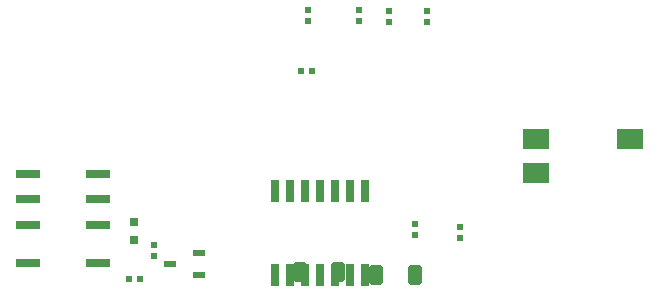
<source format=gbr>
%TF.GenerationSoftware,Altium Limited,Altium Designer,24.10.1 (45)*%
G04 Layer_Color=8421504*
%FSLAX45Y45*%
%MOMM*%
%TF.SameCoordinates,B7086401-7AB7-4448-8119-44CCD126B3FB*%
%TF.FilePolarity,Positive*%
%TF.FileFunction,Paste,Top*%
%TF.Part,Single*%
G01*
G75*
%TA.AperFunction,SMDPad,CuDef*%
%ADD10R,2.00000X0.70000*%
%ADD11R,0.55000X0.55000*%
%ADD12R,0.62000X0.62000*%
%ADD13R,0.80000X0.80000*%
%ADD14R,0.55000X0.55000*%
%ADD15R,1.00000X0.60000*%
G04:AMPARAMS|DCode=16|XSize=1.14mm|YSize=1.63mm|CornerRadius=0.1425mm|HoleSize=0mm|Usage=FLASHONLY|Rotation=0.000|XOffset=0mm|YOffset=0mm|HoleType=Round|Shape=RoundedRectangle|*
%AMROUNDEDRECTD16*
21,1,1.14000,1.34500,0,0,0.0*
21,1,0.85500,1.63000,0,0,0.0*
1,1,0.28500,0.42750,-0.67250*
1,1,0.28500,-0.42750,-0.67250*
1,1,0.28500,-0.42750,0.67250*
1,1,0.28500,0.42750,0.67250*
%
%ADD16ROUNDEDRECTD16*%
%TA.AperFunction,ConnectorPad*%
%ADD17R,2.20000X1.80000*%
%TA.AperFunction,SMDPad,CuDef*%
%ADD18R,0.62000X0.62000*%
%TA.AperFunction,ConnectorPad*%
%ADD19R,0.70000X1.82500*%
D10*
X3997300Y5549100D02*
D03*
X4597300D02*
D03*
X3997300Y5869100D02*
D03*
X4597300D02*
D03*
X3997300Y6089100D02*
D03*
X4597300D02*
D03*
X3997300Y6309100D02*
D03*
X4597300D02*
D03*
D11*
X6375300Y7599300D02*
D03*
Y7689300D02*
D03*
X5067200Y5612300D02*
D03*
Y5702300D02*
D03*
X6807100Y7689300D02*
D03*
Y7599300D02*
D03*
X7277000Y5879000D02*
D03*
Y5789000D02*
D03*
X7659100Y5853600D02*
D03*
Y5763600D02*
D03*
X7378600Y7682400D02*
D03*
Y7592400D02*
D03*
D12*
X6408600Y7180200D02*
D03*
X6316600D02*
D03*
D13*
X4902100Y5897400D02*
D03*
Y5747400D02*
D03*
D14*
X4857100Y5416000D02*
D03*
X4947100D02*
D03*
D15*
X5206900Y5543000D02*
D03*
X5446900Y5638500D02*
D03*
Y5447500D02*
D03*
D16*
X7277000Y5453000D02*
D03*
X6949000D02*
D03*
X6629300Y5478400D02*
D03*
X6301300D02*
D03*
D17*
X9102400Y6599700D02*
D03*
X8302400Y6309700D02*
D03*
Y6599700D02*
D03*
D18*
X7061100Y7683400D02*
D03*
Y7591400D02*
D03*
D19*
X6858000Y5447700D02*
D03*
X6731000D02*
D03*
X6604000D02*
D03*
X6477000D02*
D03*
X6350000D02*
D03*
X6223000D02*
D03*
X6096000D02*
D03*
Y6160100D02*
D03*
X6223000D02*
D03*
X6350000D02*
D03*
X6477000D02*
D03*
X6604000D02*
D03*
X6731000D02*
D03*
X6858000D02*
D03*
%TF.MD5,f76057fef0b9c3db7eec4cf3a4adf2b4*%
M02*

</source>
